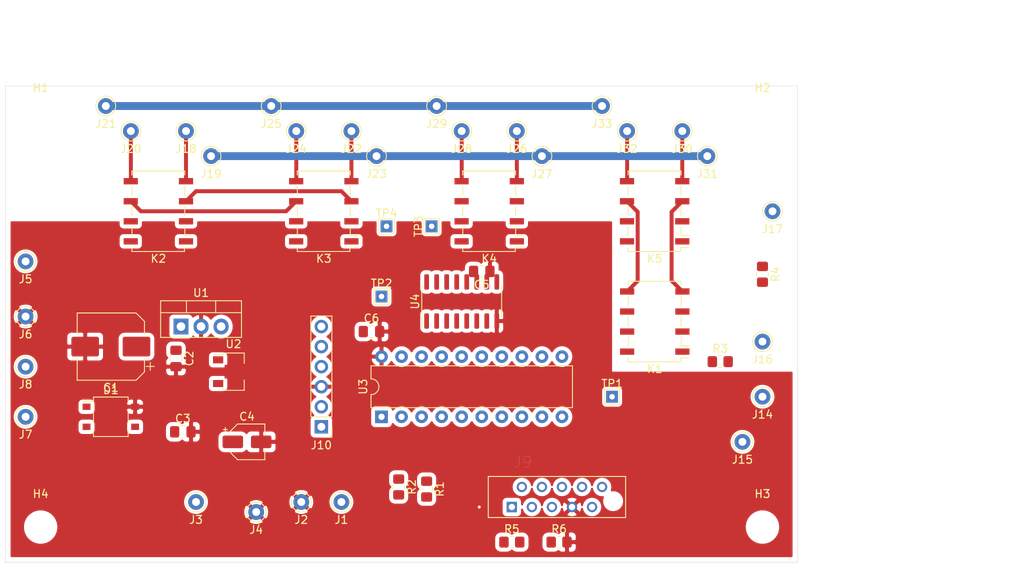
<source format=kicad_pcb>
(kicad_pcb (version 20171130) (host pcbnew "(5.1.7-0-10_14)")
  (layers (0 F.Cu signal) (31 B.Cu signal) (34 B.Paste user) (35 F.Paste user) (36 B.SilkS user) (37 F.SilkS user) (38 B.Mask user) (39 F.Mask user) (44 Edge.Cuts user))
  (net 0 "")
  (net 1 GND)
  (net 2 "Net-(C1-Pad1)")
  (net 3 +5V)
  (net 4 "Net-(D1-Pad2)")
  (net 5 "Net-(D1-Pad1)")
  (net 6 "Net-(J1-Pad1)")
  (net 7 "Net-(J9-Pad10)")
  (net 8 "Net-(J9-Pad8)")
  (net 9 "Net-(J9-Pad6)")
  (net 10 "Net-(J9-Pad5)")
  (net 11 "Net-(J9-Pad4)")
  (net 12 "Net-(J9-Pad2)")
  (net 13 "Net-(J9-Pad1)")
  (net 14 "Net-(J10-Pad5)")
  (net 15 "Net-(J10-Pad4)")
  (net 16 "Net-(J10-Pad1)")
  (net 17 "Net-(J14-Pad1)")
  (net 18 "Net-(J15-Pad1)")
  (net 19 "Net-(J16-Pad1)")
  (net 20 "Net-(J17-Pad1)")
  (net 21 "Net-(J18-Pad1)")
  (net 22 "Net-(J20-Pad1)")
  (net 23 "Net-(J22-Pad1)")
  (net 24 "Net-(J24-Pad1)")
  (net 25 "Net-(J26-Pad1)")
  (net 26 "Net-(J28-Pad1)")
  (net 27 "Net-(J30-Pad1)")
  (net 28 "Net-(J32-Pad1)")
  (net 29 "Net-(K1-Pad2)")
  (net 30 "Net-(K1-Pad4)")
  (net 31 "Net-(K1-Pad5)")
  (net 32 "Net-(K1-Pad7)")
  (net 33 "Net-(K1-Pad8)")
  (net 34 "Net-(K2-Pad8)")
  (net 35 "Net-(K3-Pad8)")
  (net 36 "Net-(K4-Pad8)")
  (net 37 "Net-(K5-Pad8)")
  (net 38 "Net-(R1-Pad1)")
  (net 39 "Net-(TP1-Pad1)")
  (net 40 "Net-(TP2-Pad1)")
  (net 41 "Net-(TP3-Pad1)")
  (net 42 "Net-(TP4-Pad1)")
  (net 43 "Net-(U3-Pad8)")
  (net 44 "Net-(U3-Pad7)")
  (net 45 "Net-(U3-Pad16)")
  (net 46 "Net-(U3-Pad6)")
  (net 47 "Net-(U3-Pad15)")
  (net 48 "Net-(U3-Pad5)")
  (net 49 "Net-(U3-Pad14)")
  (module Package_SO:SOIC-16_3.9x9.9mm_P1.27mm (layer F.Cu) (at 172.085 75.565 90)
    (fp_text reference U4 (at 0 -5.9 90) (layer F.SilkS))
    (fp_text value ULN2003A)
    (fp_line (start 0 5.06) (end 1.95 5.06) (layer F.SilkS) (width 0.12))
    (fp_line (start 0 5.06) (end -1.95 5.06) (layer F.SilkS) (width 0.12))
    (fp_line (start 0 -5.06) (end 1.95 -5.06) (layer F.SilkS) (width 0.12))
    (fp_line (start 0 -5.06) (end -3.45 -5.06) (layer F.SilkS) (width 0.12))
    (pad 16 smd roundrect (at 2.475 -4.445 90) (size 1.95 0.6) (layers F.Cu F.Paste F.Mask) (net 34 "Net-(K2-Pad8)"))
    (pad 15 smd roundrect (at 2.475 -3.175 90) (size 1.95 0.6) (layers F.Cu F.Paste F.Mask) (net 35 "Net-(K3-Pad8)"))
    (pad 14 smd roundrect (at 2.475 -1.905 90) (size 1.95 0.6) (layers F.Cu F.Paste F.Mask) (net 36 "Net-(K4-Pad8)"))
    (pad 13 smd roundrect (at 2.475 -0.635 90) (size 1.95 0.6) (layers F.Cu F.Paste F.Mask) (net 37 "Net-(K5-Pad8)"))
    (pad 12 smd roundrect (at 2.475 0.635 90) (size 1.95 0.6) (layers F.Cu F.Paste F.Mask) (net 33 "Net-(K1-Pad8)"))
    (pad 11 smd roundrect (at 2.475 1.905 90) (size 1.95 0.6) (layers F.Cu F.Paste F.Mask) (net 42 "Net-(TP4-Pad1)"))
    (pad 10 smd roundrect (at 2.475 3.175 90) (size 1.95 0.6) (layers F.Cu F.Paste F.Mask) (net 41 "Net-(TP3-Pad1)"))
    (pad 9 smd roundrect (at 2.475 4.445 90) (size 1.95 0.6) (layers F.Cu F.Paste F.Mask) (net 3 +5V))
    (pad 8 smd roundrect (at -2.475 4.445 90) (size 1.95 0.6) (layers F.Cu F.Paste F.Mask) (net 1 GND))
    (pad 7 smd roundrect (at -2.475 3.175 90) (size 1.95 0.6) (layers F.Cu F.Paste F.Mask) (net 43 "Net-(U3-Pad8)"))
    (pad 6 smd roundrect (at -2.475 1.905 90) (size 1.95 0.6) (layers F.Cu F.Paste F.Mask) (net 48 "Net-(U3-Pad5)"))
    (pad 5 smd roundrect (at -2.475 0.635 90) (size 1.95 0.6) (layers F.Cu F.Paste F.Mask) (net 46 "Net-(U3-Pad6)"))
    (pad 4 smd roundrect (at -2.475 -0.635 90) (size 1.95 0.6) (layers F.Cu F.Paste F.Mask) (net 44 "Net-(U3-Pad7)"))
    (pad 3 smd roundrect (at -2.475 -1.905 90) (size 1.95 0.6) (layers F.Cu F.Paste F.Mask) (net 49 "Net-(U3-Pad14)"))
    (pad 2 smd roundrect (at -2.475 -3.175 90) (size 1.95 0.6) (layers F.Cu F.Paste F.Mask) (net 47 "Net-(U3-Pad15)"))
    (pad 1 smd roundrect (at -2.475 -4.445 90) (size 1.95 0.6) (layers F.Cu F.Paste F.Mask) (net 45 "Net-(U3-Pad16)"))
  )
  (module Package_DIP:DIP-20_W7.62mm (layer F.Cu) (at 161.925 90.17 90)
    (fp_text reference U3 (at 3.81 -2.33 90) (layer F.SilkS))
    (fp_text value PIC16F1829-IP)
    (fp_arc (start 3.81 -1.33) (end 2.81 -1.33) (angle -180) (layer F.SilkS) (width 0.12))
    (fp_line (start 2.81 -1.33) (end 1.16 -1.33) (layer F.SilkS) (width 0.12))
    (fp_line (start 1.16 -1.33) (end 1.16 24.19) (layer F.SilkS) (width 0.12))
    (fp_line (start 1.16 24.19) (end 6.46 24.19) (layer F.SilkS) (width 0.12))
    (fp_line (start 6.46 24.19) (end 6.46 -1.33) (layer F.SilkS) (width 0.12))
    (fp_line (start 6.46 -1.33) (end 4.81 -1.33) (layer F.SilkS) (width 0.12))
    (pad 20 thru_hole oval (at 7.62 0 90) (size 1.6 1.6) (drill 0.8) (layers *.Cu *.Mask) (net 1 GND))
    (pad 10 thru_hole oval (at 0 22.86 90) (size 1.6 1.6) (drill 0.8) (layers *.Cu *.Mask) (net 8 "Net-(J9-Pad8)"))
    (pad 19 thru_hole oval (at 7.62 2.54 90) (size 1.6 1.6) (drill 0.8) (layers *.Cu *.Mask) (net 15 "Net-(J10-Pad4)"))
    (pad 9 thru_hole oval (at 0 20.32 90) (size 1.6 1.6) (drill 0.8) (layers *.Cu *.Mask) (net 39 "Net-(TP1-Pad1)"))
    (pad 18 thru_hole oval (at 7.62 5.08 90) (size 1.6 1.6) (drill 0.8) (layers *.Cu *.Mask) (net 14 "Net-(J10-Pad5)"))
    (pad 8 thru_hole oval (at 0 17.78 90) (size 1.6 1.6) (drill 0.8) (layers *.Cu *.Mask) (net 43 "Net-(U3-Pad8)"))
    (pad 17 thru_hole oval (at 7.62 7.62 90) (size 1.6 1.6) (drill 0.8) (layers *.Cu *.Mask) (net 40 "Net-(TP2-Pad1)"))
    (pad 7 thru_hole oval (at 0 15.24 90) (size 1.6 1.6) (drill 0.8) (layers *.Cu *.Mask) (net 44 "Net-(U3-Pad7)"))
    (pad 16 thru_hole oval (at 7.62 10.16 90) (size 1.6 1.6) (drill 0.8) (layers *.Cu *.Mask) (net 45 "Net-(U3-Pad16)"))
    (pad 6 thru_hole oval (at 0 12.7 90) (size 1.6 1.6) (drill 0.8) (layers *.Cu *.Mask) (net 46 "Net-(U3-Pad6)"))
    (pad 15 thru_hole oval (at 7.62 12.7 90) (size 1.6 1.6) (drill 0.8) (layers *.Cu *.Mask) (net 47 "Net-(U3-Pad15)"))
    (pad 5 thru_hole oval (at 0 10.16 90) (size 1.6 1.6) (drill 0.8) (layers *.Cu *.Mask) (net 48 "Net-(U3-Pad5)"))
    (pad 14 thru_hole oval (at 7.62 15.24 90) (size 1.6 1.6) (drill 0.8) (layers *.Cu *.Mask) (net 49 "Net-(U3-Pad14)"))
    (pad 4 thru_hole oval (at 0 7.62 90) (size 1.6 1.6) (drill 0.8) (layers *.Cu *.Mask) (net 16 "Net-(J10-Pad1)"))
    (pad 13 thru_hole oval (at 7.62 17.78 90) (size 1.6 1.6) (drill 0.8) (layers *.Cu *.Mask) (net 12 "Net-(J9-Pad2)"))
    (pad 3 thru_hole oval (at 0 5.08 90) (size 1.6 1.6) (drill 0.8) (layers *.Cu *.Mask) (net 38 "Net-(R1-Pad1)"))
    (pad 12 thru_hole oval (at 7.62 20.32 90) (size 1.6 1.6) (drill 0.8) (layers *.Cu *.Mask) (net 11 "Net-(J9-Pad4)"))
    (pad 2 thru_hole oval (at 0 2.54 90) (size 1.6 1.6) (drill 0.8) (layers *.Cu *.Mask) (net 7 "Net-(J9-Pad10)"))
    (pad 11 thru_hole oval (at 7.62 22.86 90) (size 1.6 1.6) (drill 0.8) (layers *.Cu *.Mask) (net 9 "Net-(J9-Pad6)"))
    (pad 1 thru_hole rect (at 0 0 90) (size 1.6 1.6) (drill 0.8) (layers *.Cu *.Mask) (net 3 +5V))
  )
  (module Package_TO_SOT_SMD:SOT-89-3 (layer F.Cu) (at 142.875 84.455)
    (fp_text reference U2 (at 0.3 -3.5) (layer F.SilkS))
    (fp_text value L78L05_SOT89)
    (fp_line (start 1.66 1.05) (end 1.66 2.36) (layer F.SilkS) (width 0.12))
    (fp_line (start 1.66 2.36) (end -1.06 2.36) (layer F.SilkS) (width 0.12))
    (fp_line (start -2.2 -2.13) (end -1.06 -2.13) (layer F.SilkS) (width 0.12))
    (fp_line (start 1.66 -2.36) (end 1.66 -1.05) (layer F.SilkS) (width 0.12))
    (fp_line (start -1.06 -2.36) (end 1.66 -2.36) (layer F.SilkS) (width 0.12))
    (fp_line (start -1.06 -2.36) (end -1.06 -2.13) (layer F.SilkS) (width 0.12))
    (fp_line (start -1.06 2.36) (end -1.06 2.13) (layer F.SilkS) (width 0.12))
    (pad 2 smd custom (at -1.5625 0) (size 1.475 0.9) (layers F.Cu F.Paste F.Mask) (net 1 GND) (options (clearance outline) (anchor rect)) (primitives (gr_poly (pts (xy 0.7375 -0.8665) (xy 3.8625 -0.8665) (xy 3.8625 0.8665) (xy 0.7375 0.8665)) (width 0))))
    (pad 3 smd rect (at -1.65 1.5) (size 1.3 0.9) (layers F.Cu F.Paste F.Mask) (net 2 "Net-(C1-Pad1)"))
    (pad 1 smd rect (at -1.65 -1.5) (size 1.3 0.9) (layers F.Cu F.Paste F.Mask) (net 3 +5V))
  )
  (module Package_TO_SOT_THT:TO-220-3_Vertical (layer F.Cu) (at 136.525 78.74)
    (fp_text reference U1 (at 2.54 -4.27) (layer F.SilkS))
    (fp_text value L7805)
    (fp_line (start -2.58 -3.27) (end 7.66 -3.27) (layer F.SilkS) (width 0.12))
    (fp_line (start -2.58 1.371) (end 7.66 1.371) (layer F.SilkS) (width 0.12))
    (fp_line (start -2.58 -3.27) (end -2.58 1.371) (layer F.SilkS) (width 0.12))
    (fp_line (start 7.66 -3.27) (end 7.66 1.371) (layer F.SilkS) (width 0.12))
    (fp_line (start -2.58 -1.76) (end 7.66 -1.76) (layer F.SilkS) (width 0.12))
    (fp_line (start 0.69 -3.27) (end 0.69 -1.76) (layer F.SilkS) (width 0.12))
    (fp_line (start 4.391 -3.27) (end 4.391 -1.76) (layer F.SilkS) (width 0.12))
    (pad 3 thru_hole oval (at 5.08 0) (size 1.905 2) (drill 1.1) (layers *.Cu *.Mask) (net 3 +5V))
    (pad 2 thru_hole oval (at 2.54 0) (size 1.905 2) (drill 1.1) (layers *.Cu *.Mask) (net 1 GND))
    (pad 1 thru_hole rect (at 0 0) (size 1.905 2) (drill 1.1) (layers *.Cu *.Mask) (net 2 "Net-(C1-Pad1)"))
  )
  (module TestPoint:TestPoint_THTPad_1.5x1.5mm_Drill0.7mm (layer F.Cu) (at 162.56 66.04)
    (fp_text reference TP4 (at 0 -1.648) (layer F.SilkS))
    (fp_text value TestPoint)
    (fp_line (start -0.95 -0.95) (end 0.95 -0.95) (layer F.SilkS) (width 0.12))
    (fp_line (start 0.95 -0.95) (end 0.95 0.95) (layer F.SilkS) (width 0.12))
    (fp_line (start 0.95 0.95) (end -0.95 0.95) (layer F.SilkS) (width 0.12))
    (fp_line (start -0.95 0.95) (end -0.95 -0.95) (layer F.SilkS) (width 0.12))
    (pad 1 thru_hole rect (at 0 0) (size 1.5 1.5) (drill 0.7) (layers *.Cu *.Mask) (net 42 "Net-(TP4-Pad1)"))
  )
  (module TestPoint:TestPoint_THTPad_1.5x1.5mm_Drill0.7mm (layer F.Cu) (at 168.275 66.04 90)
    (fp_text reference TP3 (at 0 -1.648 90) (layer F.SilkS))
    (fp_text value TestPoint)
    (fp_line (start -0.95 -0.95) (end 0.95 -0.95) (layer F.SilkS) (width 0.12))
    (fp_line (start 0.95 -0.95) (end 0.95 0.95) (layer F.SilkS) (width 0.12))
    (fp_line (start 0.95 0.95) (end -0.95 0.95) (layer F.SilkS) (width 0.12))
    (fp_line (start -0.95 0.95) (end -0.95 -0.95) (layer F.SilkS) (width 0.12))
    (pad 1 thru_hole rect (at 0 0 90) (size 1.5 1.5) (drill 0.7) (layers *.Cu *.Mask) (net 41 "Net-(TP3-Pad1)"))
  )
  (module TestPoint:TestPoint_THTPad_1.5x1.5mm_Drill0.7mm (layer F.Cu) (at 161.925 74.93)
    (fp_text reference TP2 (at 0 -1.648) (layer F.SilkS))
    (fp_text value TestPoint)
    (fp_line (start -0.95 -0.95) (end 0.95 -0.95) (layer F.SilkS) (width 0.12))
    (fp_line (start 0.95 -0.95) (end 0.95 0.95) (layer F.SilkS) (width 0.12))
    (fp_line (start 0.95 0.95) (end -0.95 0.95) (layer F.SilkS) (width 0.12))
    (fp_line (start -0.95 0.95) (end -0.95 -0.95) (layer F.SilkS) (width 0.12))
    (pad 1 thru_hole rect (at 0 0) (size 1.5 1.5) (drill 0.7) (layers *.Cu *.Mask) (net 40 "Net-(TP2-Pad1)"))
  )
  (module TestPoint:TestPoint_THTPad_1.5x1.5mm_Drill0.7mm (layer F.Cu) (at 191.135 87.63)
    (fp_text reference TP1 (at 0 -1.648) (layer F.SilkS))
    (fp_text value TestPoint)
    (fp_line (start -0.95 -0.95) (end 0.95 -0.95) (layer F.SilkS) (width 0.12))
    (fp_line (start 0.95 -0.95) (end 0.95 0.95) (layer F.SilkS) (width 0.12))
    (fp_line (start 0.95 0.95) (end -0.95 0.95) (layer F.SilkS) (width 0.12))
    (fp_line (start -0.95 0.95) (end -0.95 -0.95) (layer F.SilkS) (width 0.12))
    (pad 1 thru_hole rect (at 0 0) (size 1.5 1.5) (drill 0.7) (layers *.Cu *.Mask) (net 39 "Net-(TP1-Pad1)"))
  )
  (module Resistor_SMD:R_0805_2012Metric_Pad1.20x1.40mm_HandSolder (layer F.Cu) (at 184.42 106.045)
    (fp_text reference R6 (at 0 -1.65) (layer F.SilkS))
    (fp_text value 4.7k)
    (fp_line (start -0.227064 -0.735) (end 0.227064 -0.735) (layer F.SilkS) (width 0.12))
    (fp_line (start -0.227064 0.735) (end 0.227064 0.735) (layer F.SilkS) (width 0.12))
    (pad 2 smd roundrect (at 1 0) (size 1.2 1.4) (layers F.Cu F.Paste F.Mask) (roundrect_rratio 0.208333) (net 1 GND))
    (pad 1 smd roundrect (at -1 0) (size 1.2 1.4) (layers F.Cu F.Paste F.Mask) (roundrect_rratio 0.208333) (net 10 "Net-(J9-Pad5)"))
  )
  (module Resistor_SMD:R_0805_2012Metric_Pad1.20x1.40mm_HandSolder (layer F.Cu) (at 178.435 106.045)
    (fp_text reference R5 (at 0 -1.65) (layer F.SilkS))
    (fp_text value 4.7k)
    (fp_line (start -0.227064 -0.735) (end 0.227064 -0.735) (layer F.SilkS) (width 0.12))
    (fp_line (start -0.227064 0.735) (end 0.227064 0.735) (layer F.SilkS) (width 0.12))
    (pad 2 smd roundrect (at 1 0) (size 1.2 1.4) (layers F.Cu F.Paste F.Mask) (roundrect_rratio 0.208333) (net 3 +5V))
    (pad 1 smd roundrect (at -1 0) (size 1.2 1.4) (layers F.Cu F.Paste F.Mask) (roundrect_rratio 0.208333) (net 13 "Net-(J9-Pad1)"))
  )
  (module Resistor_SMD:R_0805_2012Metric_Pad1.20x1.40mm_HandSolder (layer F.Cu) (at 210.185 72.12 270)
    (fp_text reference R4 (at 0 -1.65 90) (layer F.SilkS))
    (fp_text value 47k)
    (fp_line (start -0.227064 -0.735) (end 0.227064 -0.735) (layer F.SilkS) (width 0.12))
    (fp_line (start -0.227064 0.735) (end 0.227064 0.735) (layer F.SilkS) (width 0.12))
    (pad 2 smd roundrect (at 1 0 270) (size 1.2 1.4) (layers F.Cu F.Paste F.Mask) (roundrect_rratio 0.208333) (net 32 "Net-(K1-Pad7)"))
    (pad 1 smd roundrect (at -1 0 270) (size 1.2 1.4) (layers F.Cu F.Paste F.Mask) (roundrect_rratio 0.208333) (net 20 "Net-(J17-Pad1)"))
  )
  (module Resistor_SMD:R_0805_2012Metric_Pad1.20x1.40mm_HandSolder (layer F.Cu) (at 204.835 83.185)
    (fp_text reference R3 (at 0 -1.65) (layer F.SilkS))
    (fp_text value 47k)
    (fp_line (start -0.227064 -0.735) (end 0.227064 -0.735) (layer F.SilkS) (width 0.12))
    (fp_line (start -0.227064 0.735) (end 0.227064 0.735) (layer F.SilkS) (width 0.12))
    (pad 2 smd roundrect (at 1 0) (size 1.2 1.4) (layers F.Cu F.Paste F.Mask) (roundrect_rratio 0.208333) (net 29 "Net-(K1-Pad2)"))
    (pad 1 smd roundrect (at -1 0) (size 1.2 1.4) (layers F.Cu F.Paste F.Mask) (roundrect_rratio 0.208333) (net 18 "Net-(J15-Pad1)"))
  )
  (module Resistor_SMD:R_0805_2012Metric_Pad1.20x1.40mm_HandSolder (layer F.Cu) (at 164.1 99.06 270)
    (fp_text reference R2 (at 0 -1.65 90) (layer F.SilkS))
    (fp_text value 330R)
    (fp_line (start -0.227064 -0.735) (end 0.227064 -0.735) (layer F.SilkS) (width 0.12))
    (fp_line (start -0.227064 0.735) (end 0.227064 0.735) (layer F.SilkS) (width 0.12))
    (pad 2 smd roundrect (at 1 0 270) (size 1.2 1.4) (layers F.Cu F.Paste F.Mask) (roundrect_rratio 0.208333) (net 6 "Net-(J1-Pad1)"))
    (pad 1 smd roundrect (at -1 0 270) (size 1.2 1.4) (layers F.Cu F.Paste F.Mask) (roundrect_rratio 0.208333) (net 3 +5V))
  )
  (module Resistor_SMD:R_0805_2012Metric_Pad1.20x1.40mm_HandSolder (layer F.Cu) (at 167.64 99.33 270)
    (fp_text reference R1 (at 0 -1.65 90) (layer F.SilkS))
    (fp_text value 330R)
    (fp_line (start -0.227064 -0.735) (end 0.227064 -0.735) (layer F.SilkS) (width 0.12))
    (fp_line (start -0.227064 0.735) (end 0.227064 0.735) (layer F.SilkS) (width 0.12))
    (pad 2 smd roundrect (at 1 0 270) (size 1.2 1.4) (layers F.Cu F.Paste F.Mask) (roundrect_rratio 0.208333) (net 6 "Net-(J1-Pad1)"))
    (pad 1 smd roundrect (at -1 0 270) (size 1.2 1.4) (layers F.Cu F.Paste F.Mask) (roundrect_rratio 0.208333) (net 38 "Net-(R1-Pad1)"))
  )
  (module Relay_SMD:Relay_DPDT_Omron_G6K-2F (layer F.Cu) (at 196.525 64.135 180)
    (fp_text reference K5 (at 0 -6) (layer F.SilkS))
    (fp_text value G6K-2)
    (fp_line (start -3.35 -3.09) (end -4.35 -3.1) (layer F.SilkS) (width 0.12))
    (fp_line (start -3.3 -4.59) (end -4.35 -4.6) (layer F.SilkS) (width 0.12))
    (fp_line (start -3.3 -5.09) (end -3.3 -4.59) (layer F.SilkS) (width 0.12))
    (fp_line (start -3.35 -1.95) (end -3.35 -3.1) (layer F.SilkS) (width 0.12))
    (fp_line (start -3.34 0.6) (end -3.35 -0.6) (layer F.SilkS) (width 0.12))
    (fp_line (start -3.35 3.2) (end -3.35 2) (layer F.SilkS) (width 0.12))
    (fp_line (start -3.34 5.1) (end -3.34 4.6) (layer F.SilkS) (width 0.12))
    (fp_line (start 3.36 5.1) (end -3.34 5.1) (layer F.SilkS) (width 0.12))
    (fp_line (start 3.36 4.6) (end 3.36 5.1) (layer F.SilkS) (width 0.12))
    (fp_line (start 3.35 2) (end 3.35 3.15) (layer F.SilkS) (width 0.12))
    (fp_line (start 3.35 -0.6) (end 3.36 0.6) (layer F.SilkS) (width 0.12))
    (fp_line (start 3.35 -3.1) (end 3.35 -1.95) (layer F.SilkS) (width 0.12))
    (fp_line (start 3.36 -5.1) (end 3.36 -4.6) (layer F.SilkS) (width 0.12))
    (fp_line (start -3.3 -5.09) (end 3.36 -5.1) (layer F.SilkS) (width 0.12))
    (pad 1 smd rect (at -3.5 -3.81 180) (size 1.8 0.8) (layers F.Cu F.Paste F.Mask) (net 3 +5V))
    (pad 2 smd rect (at -3.5 -1.27 180) (size 1.8 0.8) (layers F.Cu F.Paste F.Mask))
    (pad 3 smd rect (at -3.5 1.27 180) (size 1.8 0.8) (layers F.Cu F.Paste F.Mask) (net 30 "Net-(K1-Pad4)"))
    (pad 4 smd rect (at -3.5 3.81 180) (size 1.8 0.8) (layers F.Cu F.Paste F.Mask) (net 27 "Net-(J30-Pad1)"))
    (pad 5 smd rect (at 3.5 3.81 180) (size 1.8 0.8) (layers F.Cu F.Paste F.Mask) (net 28 "Net-(J32-Pad1)"))
    (pad 6 smd rect (at 3.5 1.27 180) (size 1.8 0.8) (layers F.Cu F.Paste F.Mask) (net 31 "Net-(K1-Pad5)"))
    (pad 7 smd rect (at 3.5 -1.27 180) (size 1.8 0.8) (layers F.Cu F.Paste F.Mask))
    (pad 8 smd rect (at 3.5 -3.81 180) (size 1.8 0.8) (layers F.Cu F.Paste F.Mask) (net 37 "Net-(K5-Pad8)"))
  )
  (module Relay_SMD:Relay_DPDT_Omron_G6K-2F (layer F.Cu) (at 175.57 64.135 180)
    (fp_text reference K4 (at 0 -6) (layer F.SilkS))
    (fp_text value G6K-2)
    (fp_line (start -3.35 -3.09) (end -4.35 -3.1) (layer F.SilkS) (width 0.12))
    (fp_line (start -3.3 -4.59) (end -4.35 -4.6) (layer F.SilkS) (width 0.12))
    (fp_line (start -3.3 -5.09) (end -3.3 -4.59) (layer F.SilkS) (width 0.12))
    (fp_line (start -3.35 -1.95) (end -3.35 -3.1) (layer F.SilkS) (width 0.12))
    (fp_line (start -3.34 0.6) (end -3.35 -0.6) (layer F.SilkS) (width 0.12))
    (fp_line (start -3.35 3.2) (end -3.35 2) (layer F.SilkS) (width 0.12))
    (fp_line (start -3.34 5.1) (end -3.34 4.6) (layer F.SilkS) (width 0.12))
    (fp_line (start 3.36 5.1) (end -3.34 5.1) (layer F.SilkS) (width 0.12))
    (fp_line (start 3.36 4.6) (end 3.36 5.1) (layer F.SilkS) (width 0.12))
    (fp_line (start 3.35 2) (end 3.35 3.15) (layer F.SilkS) (width 0.12))
    (fp_line (start 3.35 -0.6) (end 3.36 0.6) (layer F.SilkS) (width 0.12))
    (fp_line (start 3.35 -3.1) (end 3.35 -1.95) (layer F.SilkS) (width 0.12))
    (fp_line (start 3.36 -5.1) (end 3.36 -4.6) (layer F.SilkS) (width 0.12))
    (fp_line (start -3.3 -5.09) (end 3.36 -5.1) (layer F.SilkS) (width 0.12))
    (pad 1 smd rect (at -3.5 -3.81 180) (size 1.8 0.8) (layers F.Cu F.Paste F.Mask) (net 3 +5V))
    (pad 2 smd rect (at -3.5 -1.27 180) (size 1.8 0.8) (layers F.Cu F.Paste F.Mask))
    (pad 3 smd rect (at -3.5 1.27 180) (size 1.8 0.8) (layers F.Cu F.Paste F.Mask) (net 30 "Net-(K1-Pad4)"))
    (pad 4 smd rect (at -3.5 3.81 180) (size 1.8 0.8) (layers F.Cu F.Paste F.Mask) (net 25 "Net-(J26-Pad1)"))
    (pad 5 smd rect (at 3.5 3.81 180) (size 1.8 0.8) (layers F.Cu F.Paste F.Mask) (net 26 "Net-(J28-Pad1)"))
    (pad 6 smd rect (at 3.5 1.27 180) (size 1.8 0.8) (layers F.Cu F.Paste F.Mask) (net 31 "Net-(K1-Pad5)"))
    (pad 7 smd rect (at 3.5 -1.27 180) (size 1.8 0.8) (layers F.Cu F.Paste F.Mask))
    (pad 8 smd rect (at 3.5 -3.81 180) (size 1.8 0.8) (layers F.Cu F.Paste F.Mask) (net 36 "Net-(K4-Pad8)"))
  )
  (module Relay_SMD:Relay_DPDT_Omron_G6K-2F (layer F.Cu) (at 154.615 64.135 180)
    (fp_text reference K3 (at 0 -6) (layer F.SilkS))
    (fp_text value G6K-2)
    (fp_line (start -3.35 -3.09) (end -4.35 -3.1) (layer F.SilkS) (width 0.12))
    (fp_line (start -3.3 -4.59) (end -4.35 -4.6) (layer F.SilkS) (width 0.12))
    (fp_line (start -3.3 -5.09) (end -3.3 -4.59) (layer F.SilkS) (width 0.12))
    (fp_line (start -3.35 -1.95) (end -3.35 -3.1) (layer F.SilkS) (width 0.12))
    (fp_line (start -3.34 0.6) (end -3.35 -0.6) (layer F.SilkS) (width 0.12))
    (fp_line (start -3.35 3.2) (end -3.35 2) (layer F.SilkS) (width 0.12))
    (fp_line (start -3.34 5.1) (end -3.34 4.6) (layer F.SilkS) (width 0.12))
    (fp_line (start 3.36 5.1) (end -3.34 5.1) (layer F.SilkS) (width 0.12))
    (fp_line (start 3.36 4.6) (end 3.36 5.1) (layer F.SilkS) (width 0.12))
    (fp_line (start 3.35 2) (end 3.35 3.15) (layer F.SilkS) (width 0.12))
    (fp_line (start 3.35 -0.6) (end 3.36 0.6) (layer F.SilkS) (width 0.12))
    (fp_line (start 3.35 -3.1) (end 3.35 -1.95) (layer F.SilkS) (width 0.12))
    (fp_line (start 3.36 -5.1) (end 3.36 -4.6) (layer F.SilkS) (width 0.12))
    (fp_line (start -3.3 -5.09) (end 3.36 -5.1) (layer F.SilkS) (width 0.12))
    (pad 1 smd rect (at -3.5 -3.81 180) (size 1.8 0.8) (layers F.Cu F.Paste F.Mask) (net 3 +5V))
    (pad 2 smd rect (at -3.5 -1.27 180) (size 1.8 0.8) (layers F.Cu F.Paste F.Mask))
    (pad 3 smd rect (at -3.5 1.27 180) (size 1.8 0.8) (layers F.Cu F.Paste F.Mask) (net 30 "Net-(K1-Pad4)"))
    (pad 4 smd rect (at -3.5 3.81 180) (size 1.8 0.8) (layers F.Cu F.Paste F.Mask) (net 23 "Net-(J22-Pad1)"))
    (pad 5 smd rect (at 3.5 3.81 180) (size 1.8 0.8) (layers F.Cu F.Paste F.Mask) (net 24 "Net-(J24-Pad1)"))
    (pad 6 smd rect (at 3.5 1.27 180) (size 1.8 0.8) (layers F.Cu F.Paste F.Mask) (net 31 "Net-(K1-Pad5)"))
    (pad 7 smd rect (at 3.5 -1.27 180) (size 1.8 0.8) (layers F.Cu F.Paste F.Mask))
    (pad 8 smd rect (at 3.5 -3.81 180) (size 1.8 0.8) (layers F.Cu F.Paste F.Mask) (net 35 "Net-(K3-Pad8)"))
  )
  (module Relay_SMD:Relay_DPDT_Omron_G6K-2F (layer F.Cu) (at 133.66 64.135 180)
    (fp_text reference K2 (at 0 -6) (layer F.SilkS))
    (fp_text value G6K-2)
    (fp_line (start -3.35 -3.09) (end -4.35 -3.1) (layer F.SilkS) (width 0.12))
    (fp_line (start -3.3 -4.59) (end -4.35 -4.6) (layer F.SilkS) (width 0.12))
    (fp_line (start -3.3 -5.09) (end -3.3 -4.59) (layer F.SilkS) (width 0.12))
    (fp_line (start -3.35 -1.95) (end -3.35 -3.1) (layer F.SilkS) (width 0.12))
    (fp_line (start -3.34 0.6) (end -3.35 -0.6) (layer F.SilkS) (width 0.12))
    (fp_line (start -3.35 3.2) (end -3.35 2) (layer F.SilkS) (width 0.12))
    (fp_line (start -3.34 5.1) (end -3.34 4.6) (layer F.SilkS) (width 0.12))
    (fp_line (start 3.36 5.1) (end -3.34 5.1) (layer F.SilkS) (width 0.12))
    (fp_line (start 3.36 4.6) (end 3.36 5.1) (layer F.SilkS) (width 0.12))
    (fp_line (start 3.35 2) (end 3.35 3.15) (layer F.SilkS) (width 0.12))
    (fp_line (start 3.35 -0.6) (end 3.36 0.6) (layer F.SilkS) (width 0.12))
    (fp_line (start 3.35 -3.1) (end 3.35 -1.95) (layer F.SilkS) (width 0.12))
    (fp_line (start 3.36 -5.1) (end 3.36 -4.6) (layer F.SilkS) (width 0.12))
    (fp_line (start -3.3 -5.09) (end 3.36 -5.1) (layer F.SilkS) (width 0.12))
    (pad 1 smd rect (at -3.5 -3.81 180) (size 1.8 0.8) (layers F.Cu F.Paste F.Mask) (net 3 +5V))
    (pad 2 smd rect (at -3.5 -1.27 180) (size 1.8 0.8) (layers F.Cu F.Paste F.Mask))
    (pad 3 smd rect (at -3.5 1.27 180) (size 1.8 0.8) (layers F.Cu F.Paste F.Mask) (net 30 "Net-(K1-Pad4)"))
    (pad 4 smd rect (at -3.5 3.81 180) (size 1.8 0.8) (layers F.Cu F.Paste F.Mask) (net 21 "Net-(J18-Pad1)"))
    (pad 5 smd rect (at 3.5 3.81 180) (size 1.8 0.8) (layers F.Cu F.Paste F.Mask) (net 22 "Net-(J20-Pad1)"))
    (pad 6 smd rect (at 3.5 1.27 180) (size 1.8 0.8) (layers F.Cu F.Paste F.Mask) (net 31 "Net-(K1-Pad5)"))
    (pad 7 smd rect (at 3.5 -1.27 180) (size 1.8 0.8) (layers F.Cu F.Paste F.Mask))
    (pad 8 smd rect (at 3.5 -3.81 180) (size 1.8 0.8) (layers F.Cu F.Paste F.Mask) (net 34 "Net-(K2-Pad8)"))
  )
  (module Relay_SMD:Relay_DPDT_Omron_G6K-2F (layer F.Cu) (at 196.54 78.105 180)
    (fp_text reference K1 (at 0 -6) (layer F.SilkS))
    (fp_text value G6K-2)
    (fp_line (start -3.35 -3.09) (end -4.35 -3.1) (layer F.SilkS) (width 0.12))
    (fp_line (start -3.3 -4.59) (end -4.35 -4.6) (layer F.SilkS) (width 0.12))
    (fp_line (start -3.3 -5.09) (end -3.3 -4.59) (layer F.SilkS) (width 0.12))
    (fp_line (start -3.35 -1.95) (end -3.35 -3.1) (layer F.SilkS) (width 0.12))
    (fp_line (start -3.34 0.6) (end -3.35 -0.6) (layer F.SilkS) (width 0.12))
    (fp_line (start -3.35 3.2) (end -3.35 2) (layer F.SilkS) (width 0.12))
    (fp_line (start -3.34 5.1) (end -3.34 4.6) (layer F.SilkS) (width 0.12))
    (fp_line (start 3.36 5.1) (end -3.34 5.1) (layer F.SilkS) (width 0.12))
    (fp_line (start 3.36 4.6) (end 3.36 5.1) (layer F.SilkS) (width 0.12))
    (fp_line (start 3.35 2) (end 3.35 3.15) (layer F.SilkS) (width 0.12))
    (fp_line (start 3.35 -0.6) (end 3.36 0.6) (layer F.SilkS) (width 0.12))
    (fp_line (start 3.35 -3.1) (end 3.35 -1.95) (layer F.SilkS) (width 0.12))
    (fp_line (start 3.36 -5.1) (end 3.36 -4.6) (layer F.SilkS) (width 0.12))
    (fp_line (start -3.3 -5.09) (end 3.36 -5.1) (layer F.SilkS) (width 0.12))
    (pad 1 smd rect (at -3.5 -3.81 180) (size 1.8 0.8) (layers F.Cu F.Paste F.Mask) (net 3 +5V))
    (pad 2 smd rect (at -3.5 -1.27 180) (size 1.8 0.8) (layers F.Cu F.Paste F.Mask) (net 29 "Net-(K1-Pad2)"))
    (pad 3 smd rect (at -3.5 1.27 180) (size 1.8 0.8) (layers F.Cu F.Paste F.Mask) (net 17 "Net-(J14-Pad1)"))
    (pad 4 smd rect (at -3.5 3.81 180) (size 1.8 0.8) (layers F.Cu F.Paste F.Mask) (net 30 "Net-(K1-Pad4)"))
    (pad 5 smd rect (at 3.5 3.81 180) (size 1.8 0.8) (layers F.Cu F.Paste F.Mask) (net 31 "Net-(K1-Pad5)"))
    (pad 6 smd rect (at 3.5 1.27 180) (size 1.8 0.8) (layers F.Cu F.Paste F.Mask) (net 19 "Net-(J16-Pad1)"))
    (pad 7 smd rect (at 3.5 -1.27 180) (size 1.8 0.8) (layers F.Cu F.Paste F.Mask) (net 32 "Net-(K1-Pad7)"))
    (pad 8 smd rect (at 3.5 -3.81 180) (size 1.8 0.8) (layers F.Cu F.Paste F.Mask) (net 33 "Net-(K1-Pad8)"))
  )
  (module Connector_Pin:Pin_D1.0mm_L10.0mm (layer F.Cu) (at 189.865 50.8)
    (fp_text reference J33 (at 0 2.25) (layer F.SilkS))
    (fp_text value IN_GNDL4)
    (fp_circle (center 0 0) (end 1.25 0.05) (layer F.SilkS) (width 0.12))
    (pad 1 thru_hole circle (at 0 0) (size 2 2) (drill 1) (layers *.Cu *.Mask) (net 20 "Net-(J17-Pad1)"))
  )
  (module Connector_Pin:Pin_D1.0mm_L10.0mm (layer F.Cu) (at 193.04 53.975)
    (fp_text reference J32 (at 0 2.25) (layer F.SilkS))
    (fp_text value IN_L4)
    (fp_circle (center 0 0) (end 1.25 0.05) (layer F.SilkS) (width 0.12))
    (pad 1 thru_hole circle (at 0 0) (size 2 2) (drill 1) (layers *.Cu *.Mask) (net 28 "Net-(J32-Pad1)"))
  )
  (module Connector_Pin:Pin_D1.0mm_L10.0mm (layer F.Cu) (at 203.2 57.15)
    (fp_text reference J31 (at 0 2.25) (layer F.SilkS))
    (fp_text value IN_GNDR4)
    (fp_circle (center 0 0) (end 1.25 0.05) (layer F.SilkS) (width 0.12))
    (pad 1 thru_hole circle (at 0 0) (size 2 2) (drill 1) (layers *.Cu *.Mask) (net 18 "Net-(J15-Pad1)"))
  )
  (module Connector_Pin:Pin_D1.0mm_L10.0mm (layer F.Cu) (at 200.025 53.975)
    (fp_text reference J30 (at 0 2.25) (layer F.SilkS))
    (fp_text value IN_R4)
    (fp_circle (center 0 0) (end 1.25 0.05) (layer F.SilkS) (width 0.12))
    (pad 1 thru_hole circle (at 0 0) (size 2 2) (drill 1) (layers *.Cu *.Mask) (net 27 "Net-(J30-Pad1)"))
  )
  (module Connector_Pin:Pin_D1.0mm_L10.0mm (layer F.Cu) (at 168.91 50.8)
    (fp_text reference J29 (at 0 2.25) (layer F.SilkS))
    (fp_text value IN_GNDL3)
    (fp_circle (center 0 0) (end 1.25 0.05) (layer F.SilkS) (width 0.12))
    (pad 1 thru_hole circle (at 0 0) (size 2 2) (drill 1) (layers *.Cu *.Mask) (net 20 "Net-(J17-Pad1)"))
  )
  (module Connector_Pin:Pin_D1.0mm_L10.0mm (layer F.Cu) (at 172.085 53.975)
    (fp_text reference J28 (at 0 2.25) (layer F.SilkS))
    (fp_text value IN_L3)
    (fp_circle (center 0 0) (end 1.25 0.05) (layer F.SilkS) (width 0.12))
    (pad 1 thru_hole circle (at 0 0) (size 2 2) (drill 1) (layers *.Cu *.Mask) (net 26 "Net-(J28-Pad1)"))
  )
  (module Connector_Pin:Pin_D1.0mm_L10.0mm (layer F.Cu) (at 182.245 57.15)
    (fp_text reference J27 (at 0 2.25) (layer F.SilkS))
    (fp_text value IN_GNDR3)
    (fp_circle (center 0 0) (end 1.25 0.05) (layer F.SilkS) (width 0.12))
    (pad 1 thru_hole circle (at 0 0) (size 2 2) (drill 1) (layers *.Cu *.Mask) (net 18 "Net-(J15-Pad1)"))
  )
  (module Connector_Pin:Pin_D1.0mm_L10.0mm (layer F.Cu) (at 179.07 53.975)
    (fp_text reference J26 (at 0 2.25) (layer F.SilkS))
    (fp_text value IN_R3)
    (fp_circle (center 0 0) (end 1.25 0.05) (layer F.SilkS) (width 0.12))
    (pad 1 thru_hole circle (at 0 0) (size 2 2) (drill 1) (layers *.Cu *.Mask) (net 25 "Net-(J26-Pad1)"))
  )
  (module Connector_Pin:Pin_D1.0mm_L10.0mm (layer F.Cu) (at 147.955 50.8)
    (fp_text reference J25 (at 0 2.25) (layer F.SilkS))
    (fp_text value IN_GNDL2)
    (fp_circle (center 0 0) (end 1.25 0.05) (layer F.SilkS) (width 0.12))
    (pad 1 thru_hole circle (at 0 0) (size 2 2) (drill 1) (layers *.Cu *.Mask) (net 20 "Net-(J17-Pad1)"))
  )
  (module Connector_Pin:Pin_D1.0mm_L10.0mm (layer F.Cu) (at 151.13 53.975)
    (fp_text reference J24 (at 0 2.25) (layer F.SilkS))
    (fp_text value IN_L2)
    (fp_circle (center 0 0) (end 1.25 0.05) (layer F.SilkS) (width 0.12))
    (pad 1 thru_hole circle (at 0 0) (size 2 2) (drill 1) (layers *.Cu *.Mask) (net 24 "Net-(J24-Pad1)"))
  )
  (module Connector_Pin:Pin_D1.0mm_L10.0mm (layer F.Cu) (at 161.29 57.15)
    (fp_text reference J23 (at 0 2.25) (layer F.SilkS))
    (fp_text value IN_GNDR2)
    (fp_circle (center 0 0) (end 1.25 0.05) (layer F.SilkS) (width 0.12))
    (pad 1 thru_hole circle (at 0 0) (size 2 2) (drill 1) (layers *.Cu *.Mask) (net 18 "Net-(J15-Pad1)"))
  )
  (module Connector_Pin:Pin_D1.0mm_L10.0mm (layer F.Cu) (at 158.115 53.975)
    (fp_text reference J22 (at 0 2.25) (layer F.SilkS))
    (fp_text value IN_R2)
    (fp_circle (center 0 0) (end 1.25 0.05) (layer F.SilkS) (width 0.12))
    (pad 1 thru_hole circle (at 0 0) (size 2 2) (drill 1) (layers *.Cu *.Mask) (net 23 "Net-(J22-Pad1)"))
  )
  (module Connector_Pin:Pin_D1.0mm_L10.0mm (layer F.Cu) (at 127 50.8)
    (fp_text reference J21 (at 0 2.25) (layer F.SilkS))
    (fp_text value IN_GNDL1)
    (fp_circle (center 0 0) (end 1.25 0.05) (layer F.SilkS) (width 0.12))
    (pad 1 thru_hole circle (at 0 0) (size 2 2) (drill 1) (layers *.Cu *.Mask) (net 20 "Net-(J17-Pad1)"))
  )
  (module Connector_Pin:Pin_D1.0mm_L10.0mm (layer F.Cu) (at 130.175 53.975)
    (fp_text reference J20 (at 0 2.25) (layer F.SilkS))
    (fp_text value IN_L1)
    (fp_circle (center 0 0) (end 1.25 0.05) (layer F.SilkS) (width 0.12))
    (pad 1 thru_hole circle (at 0 0) (size 2 2) (drill 1) (layers *.Cu *.Mask) (net 22 "Net-(J20-Pad1)"))
  )
  (module Connector_Pin:Pin_D1.0mm_L10.0mm (layer F.Cu) (at 140.335 57.15)
    (fp_text reference J19 (at 0 2.25) (layer F.SilkS))
    (fp_text value IN_GNDR1)
    (fp_circle (center 0 0) (end 1.25 0.05) (layer F.SilkS) (width 0.12))
    (pad 1 thru_hole circle (at 0 0) (size 2 2) (drill 1) (layers *.Cu *.Mask) (net 18 "Net-(J15-Pad1)"))
  )
  (module Connector_Pin:Pin_D1.0mm_L10.0mm (layer F.Cu) (at 137.16 53.975)
    (fp_text reference J18 (at 0 2.25) (layer F.SilkS))
    (fp_text value IN_R1)
    (fp_circle (center 0 0) (end 1.25 0.05) (layer F.SilkS) (width 0.12))
    (pad 1 thru_hole circle (at 0 0) (size 2 2) (drill 1) (layers *.Cu *.Mask) (net 21 "Net-(J18-Pad1)"))
  )
  (module Connector_Pin:Pin_D1.0mm_L10.0mm (layer F.Cu) (at 211.455 64.135)
    (fp_text reference J17 (at 0 2.25) (layer F.SilkS))
    (fp_text value OUT_GNDL)
    (fp_circle (center 0 0) (end 1.25 0.05) (layer F.SilkS) (width 0.12))
    (pad 1 thru_hole circle (at 0 0) (size 2 2) (drill 1) (layers *.Cu *.Mask) (net 20 "Net-(J17-Pad1)"))
  )
  (module Connector_Pin:Pin_D1.0mm_L10.0mm (layer F.Cu) (at 210.185 80.645)
    (fp_text reference J16 (at 0 2.25) (layer F.SilkS))
    (fp_text value OUT_L)
    (fp_circle (center 0 0) (end 1.25 0.05) (layer F.SilkS) (width 0.12))
    (pad 1 thru_hole circle (at 0 0) (size 2 2) (drill 1) (layers *.Cu *.Mask) (net 19 "Net-(J16-Pad1)"))
  )
  (module Connector_Pin:Pin_D1.0mm_L10.0mm (layer F.Cu) (at 207.645 93.345)
    (fp_text reference J15 (at 0 2.25) (layer F.SilkS))
    (fp_text value OUT_GNDR)
    (fp_circle (center 0 0) (end 1.25 0.05) (layer F.SilkS) (width 0.12))
    (pad 1 thru_hole circle (at 0 0) (size 2 2) (drill 1) (layers *.Cu *.Mask) (net 18 "Net-(J15-Pad1)"))
  )
  (module Connector_Pin:Pin_D1.0mm_L10.0mm (layer F.Cu) (at 210.185 87.63)
    (fp_text reference J14 (at 0 2.25) (layer F.SilkS))
    (fp_text value OUT_R)
    (fp_circle (center 0 0) (end 1.25 0.05) (layer F.SilkS) (width 0.12))
    (pad 1 thru_hole circle (at 0 0) (size 2 2) (drill 1) (layers *.Cu *.Mask) (net 17 "Net-(J14-Pad1)"))
  )
  (module Connector_PinHeader_2.54mm:PinHeader_1x06_P2.54mm_Vertical (layer F.Cu) (at 154.305 91.44 180)
    (fp_text reference J10 (at 0 -2.33) (layer F.SilkS))
    (fp_text value Conn_01x06_Male)
    (fp_line (start -1.33 14.03) (end 1.33 14.03) (layer F.SilkS) (width 0.12))
    (fp_line (start -1.33 1.27) (end -1.33 14.03) (layer F.SilkS) (width 0.12))
    (fp_line (start 1.33 1.27) (end 1.33 14.03) (layer F.SilkS) (width 0.12))
    (fp_line (start -1.33 1.27) (end 1.33 1.27) (layer F.SilkS) (width 0.12))
    (fp_line (start -1.33 0) (end -1.33 -1.33) (layer F.SilkS) (width 0.12))
    (fp_line (start -1.33 -1.33) (end 0 -1.33) (layer F.SilkS) (width 0.12))
    (pad 6 thru_hole oval (at 0 12.7 180) (size 1.7 1.7) (drill 1) (layers *.Cu *.Mask))
    (pad 5 thru_hole oval (at 0 10.16 180) (size 1.7 1.7) (drill 1) (layers *.Cu *.Mask) (net 14 "Net-(J10-Pad5)"))
    (pad 4 thru_hole oval (at 0 7.62 180) (size 1.7 1.7) (drill 1) (layers *.Cu *.Mask) (net 15 "Net-(J10-Pad4)"))
    (pad 3 thru_hole oval (at 0 5.08 180) (size 1.7 1.7) (drill 1) (layers *.Cu *.Mask) (net 1 GND))
    (pad 2 thru_hole oval (at 0 2.54 180) (size 1.7 1.7) (drill 1) (layers *.Cu *.Mask) (net 3 +5V))
    (pad 1 thru_hole rect (at 0 0 180) (size 1.7 1.7) (drill 1) (layers *.Cu *.Mask) (net 16 "Net-(J10-Pad1)"))
  )
  (module TE-Con:TE_1-338068-0 (layer F.Cu) (at 178.435 101.6)
    (fp_text reference J9 (at 1.40487 -5.69557) (layer F.SilkS) (effects (font (size 1.40137 1.40137) (thickness 0.015))))
    (fp_text value 1-338068-0)
    (fp_circle (center -4.13 0) (end -4.03 0) (layer F.SilkS) (width 0.2))
    (fp_line (start -2.985 -3.87) (end 14.415 -3.87) (layer F.SilkS) (width 0.127))
    (fp_line (start 14.415 -3.87) (end 14.415 1.33) (layer F.SilkS) (width 0.127))
    (fp_line (start 14.415 1.33) (end -2.985 1.33) (layer F.SilkS) (width 0.127))
    (fp_line (start -2.985 1.33) (end -2.985 -3.87) (layer F.SilkS) (width 0.127))
    (pad None np_thru_hole circle (at 12.83 -0.74) (size 1.5 1.5) (drill 1.5) (layers *.Cu *.Mask))
    (pad 10 thru_hole circle (at 11.43 -2.54) (size 1.308 1.308) (drill 0.8) (layers *.Cu *.Mask) (net 7 "Net-(J9-Pad10)"))
    (pad 9 thru_hole circle (at 10.16 0) (size 1.308 1.308) (drill 0.8) (layers *.Cu *.Mask) (net 6 "Net-(J1-Pad1)"))
    (pad 8 thru_hole circle (at 8.89 -2.54) (size 1.308 1.308) (drill 0.8) (layers *.Cu *.Mask) (net 8 "Net-(J9-Pad8)"))
    (pad 7 thru_hole circle (at 7.62 0) (size 1.308 1.308) (drill 0.8) (layers *.Cu *.Mask) (net 1 GND))
    (pad 6 thru_hole circle (at 6.35 -2.54) (size 1.308 1.308) (drill 0.8) (layers *.Cu *.Mask) (net 9 "Net-(J9-Pad6)"))
    (pad 5 thru_hole circle (at 5.08 0) (size 1.308 1.308) (drill 0.8) (layers *.Cu *.Mask) (net 10 "Net-(J9-Pad5)"))
    (pad 4 thru_hole circle (at 3.81 -2.54) (size 1.308 1.308) (drill 0.8) (layers *.Cu *.Mask) (net 11 "Net-(J9-Pad4)"))
    (pad 3 thru_hole circle (at 2.54 0) (size 1.308 1.308) (drill 0.8) (layers *.Cu *.Mask) (net 3 +5V))
    (pad 2 thru_hole circle (at 1.27 -2.54) (size 1.308 1.308) (drill 0.8) (layers *.Cu *.Mask) (net 12 "Net-(J9-Pad2)"))
    (pad 1 thru_hole rect (at 0 0) (size 1.308 1.308) (drill 0.8) (layers *.Cu *.Mask) (net 13 "Net-(J9-Pad1)"))
  )
  (module Connector_Pin:Pin_D1.0mm_L10.0mm (layer F.Cu) (at 116.84 83.82)
    (fp_text reference J8 (at 0 2.25) (layer F.SilkS))
    (fp_text value AC)
    (fp_circle (center 0 0) (end 1.25 0.05) (layer F.SilkS) (width 0.12))
    (pad 1 thru_hole circle (at 0 0) (size 2 2) (drill 1) (layers *.Cu *.Mask) (net 5 "Net-(D1-Pad1)"))
  )
  (module Connector_Pin:Pin_D1.0mm_L10.0mm (layer F.Cu) (at 116.84 90.17)
    (fp_text reference J7 (at 0 2.25) (layer F.SilkS))
    (fp_text value AC)
    (fp_circle (center 0 0) (end 1.25 0.05) (layer F.SilkS) (width 0.12))
    (pad 1 thru_hole circle (at 0 0) (size 2 2) (drill 1) (layers *.Cu *.Mask) (net 4 "Net-(D1-Pad2)"))
  )
  (module Connector_Pin:Pin_D1.0mm_L10.0mm (layer F.Cu) (at 116.84 77.47)
    (fp_text reference J6 (at 0 2.25) (layer F.SilkS))
    (fp_text value GND)
    (fp_circle (center 0 0) (end 1.25 0.05) (layer F.SilkS) (width 0.12))
    (pad 1 thru_hole circle (at 0 0) (size 2 2) (drill 1) (layers *.Cu *.Mask) (net 1 GND))
  )
  (module Connector_Pin:Pin_D1.0mm_L10.0mm (layer F.Cu) (at 116.84 70.485)
    (fp_text reference J5 (at 0 2.25) (layer F.SilkS))
    (fp_text value +5VIN)
    (fp_circle (center 0 0) (end 1.25 0.05) (layer F.SilkS) (width 0.12))
    (pad 1 thru_hole circle (at 0 0) (size 2 2) (drill 1) (layers *.Cu *.Mask) (net 2 "Net-(C1-Pad1)"))
  )
  (module Connector_Pin:Pin_D1.0mm_L10.0mm (layer F.Cu) (at 146.05 102.235)
    (fp_text reference J4 (at 0 2.25) (layer F.SilkS))
    (fp_text value GND)
    (fp_circle (center 0 0) (end 1.25 0.05) (layer F.SilkS) (width 0.12))
    (pad 1 thru_hole circle (at 0 0) (size 2 2) (drill 1) (layers *.Cu *.Mask) (net 1 GND))
  )
  (module Connector_Pin:Pin_D1.0mm_L10.0mm (layer F.Cu) (at 138.43 100.965)
    (fp_text reference J3 (at 0 2.25) (layer F.SilkS))
    (fp_text value +5VOUT)
    (fp_circle (center 0 0) (end 1.25 0.05) (layer F.SilkS) (width 0.12))
    (pad 1 thru_hole circle (at 0 0) (size 2 2) (drill 1) (layers *.Cu *.Mask) (net 3 +5V))
  )
  (module Connector_Pin:Pin_D1.0mm_L10.0mm (layer F.Cu) (at 151.765 100.965)
    (fp_text reference J2 (at 0 2.25) (layer F.SilkS))
    (fp_text value GND)
    (fp_circle (center 0 0) (end 1.25 0.05) (layer F.SilkS) (width 0.12))
    (pad 1 thru_hole circle (at 0 0) (size 2 2) (drill 1) (layers *.Cu *.Mask) (net 1 GND))
  )
  (module Connector_Pin:Pin_D1.0mm_L10.0mm (layer F.Cu) (at 156.845 100.965)
    (fp_text reference J1 (at 0 2.25) (layer F.SilkS))
    (fp_text value LED)
    (fp_circle (center 0 0) (end 1.25 0.05) (layer F.SilkS) (width 0.12))
    (pad 1 thru_hole circle (at 0 0) (size 2 2) (drill 1) (layers *.Cu *.Mask) (net 6 "Net-(J1-Pad1)"))
  )
  (module MountingHole:MountingHole_3.2mm_M3 (layer F.Cu) (at 118.745 104.14)
    (fp_text reference H4 (at 0 -4.2) (layer F.SilkS))
    (fp_text value MountingHole)
    (pad 1 np_thru_hole circle (at 0 0) (size 3.2 3.2) (drill 3.2) (layers *.Cu *.Mask))
  )
  (module MountingHole:MountingHole_3.2mm_M3 (layer F.Cu) (at 210.185 104.14)
    (fp_text reference H3 (at 0 -4.2) (layer F.SilkS))
    (fp_text value MountingHole)
    (pad 1 np_thru_hole circle (at 0 0) (size 3.2 3.2) (drill 3.2) (layers *.Cu *.Mask))
  )
  (module MountingHole:MountingHole_3.2mm_M3 (layer F.Cu) (at 210.185 52.705)
    (fp_text reference H2 (at 0 -4.2) (layer F.SilkS))
    (fp_text value MountingHole)
    (pad 1 np_thru_hole circle (at 0 0) (size 3.2 3.2) (drill 3.2) (layers *.Cu *.Mask))
  )
  (module MountingHole:MountingHole_3.2mm_M3 (layer F.Cu) (at 118.745 52.705)
    (fp_text reference H1 (at 0 -4.2) (layer F.SilkS))
    (fp_text value MountingHole)
    (pad 1 np_thru_hole circle (at 0 0) (size 3.2 3.2) (drill 3.2) (layers *.Cu *.Mask))
  )
  (module Package_TO_SOT_SMD:TO-269AA (layer F.Cu) (at 127.635 90.17)
    (fp_text reference D1 (at 0 -3.4) (layer F.SilkS))
    (fp_text value MB4S)
    (fp_line (start -2.2 -2.5) (end -2.2 -2) (layer F.SilkS) (width 0.12))
    (fp_line (start -2.2 -2) (end -3.6 -2) (layer F.SilkS) (width 0.12))
    (fp_line (start 2.2 -0.8) (end 2.2 0.8) (layer F.SilkS) (width 0.12))
    (fp_line (start -2.2 -0.8) (end -2.2 0.8) (layer F.SilkS) (width 0.12))
    (fp_line (start 2.2 -1.7) (end 2.2 -2.5) (layer F.SilkS) (width 0.12))
    (fp_line (start 2.2 -2.5) (end -2.2 -2.5) (layer F.SilkS) (width 0.12))
    (fp_line (start 2.2 1.7) (end 2.2 2.5) (layer F.SilkS) (width 0.12))
    (fp_line (start 2.2 2.5) (end -2.2 2.5) (layer F.SilkS) (width 0.12))
    (fp_line (start -2.2 2.5) (end -2.2 1.7) (layer F.SilkS) (width 0.12))
    (pad 4 smd rect (at 3.075 -1.27) (size 1 0.8) (layers F.Cu F.Paste F.Mask) (net 1 GND))
    (pad 3 smd rect (at 3.075 1.27) (size 1 0.8) (layers F.Cu F.Paste F.Mask) (net 2 "Net-(C1-Pad1)"))
    (pad 2 smd rect (at -3.075 1.27) (size 1 0.8) (layers F.Cu F.Paste F.Mask) (net 4 "Net-(D1-Pad2)"))
    (pad 1 smd rect (at -3.075 -1.27) (size 1 0.8) (layers F.Cu F.Paste F.Mask) (net 5 "Net-(D1-Pad1)"))
  )
  (module Capacitor_SMD:C_0805_2012Metric_Pad1.18x1.45mm_HandSolder (layer F.Cu) (at 160.655 79.375)
    (fp_text reference C6 (at 0 -1.68) (layer F.SilkS))
    (fp_text value 100nF)
    (fp_line (start -0.261252 -0.735) (end 0.261252 -0.735) (layer F.SilkS) (width 0.12))
    (fp_line (start -0.261252 0.735) (end 0.261252 0.735) (layer F.SilkS) (width 0.12))
    (pad 2 smd roundrect (at 1.0375 0) (size 1.175 1.45) (layers F.Cu F.Paste F.Mask) (roundrect_rratio 0.212766) (net 1 GND))
    (pad 1 smd roundrect (at -1.0375 0) (size 1.175 1.45) (layers F.Cu F.Paste F.Mask) (roundrect_rratio 0.212766) (net 3 +5V))
  )
  (module Capacitor_SMD:C_0805_2012Metric_Pad1.18x1.45mm_HandSolder (layer F.Cu) (at 174.625 71.755 180)
    (fp_text reference C5 (at 0 -1.68) (layer F.SilkS))
    (fp_text value 100nF)
    (fp_line (start -0.261252 -0.735) (end 0.261252 -0.735) (layer F.SilkS) (width 0.12))
    (fp_line (start -0.261252 0.735) (end 0.261252 0.735) (layer F.SilkS) (width 0.12))
    (pad 2 smd roundrect (at 1.0375 0 180) (size 1.175 1.45) (layers F.Cu F.Paste F.Mask) (roundrect_rratio 0.212766) (net 3 +5V))
    (pad 1 smd roundrect (at -1.0375 0 180) (size 1.175 1.45) (layers F.Cu F.Paste F.Mask) (roundrect_rratio 0.212766) (net 1 GND))
  )
  (module Capacitor_SMD:CP_Elec_4x4.5 (layer F.Cu) (at 144.885 93.345)
    (fp_text reference C4 (at 0 -3.2) (layer F.SilkS))
    (fp_text value 4.7uF)
    (fp_line (start 2.26 2.26) (end 2.26 1.06) (layer F.SilkS) (width 0.12))
    (fp_line (start 2.26 -2.26) (end 2.26 -1.06) (layer F.SilkS) (width 0.12))
    (fp_line (start -1.195563 -2.26) (end 2.26 -2.26) (layer F.SilkS) (width 0.12))
    (fp_line (start -1.195563 2.26) (end 2.26 2.26) (layer F.SilkS) (width 0.12))
    (fp_line (start -2.26 1.195563) (end -2.26 1.06) (layer F.SilkS) (width 0.12))
    (fp_line (start -2.26 -1.195563) (end -2.26 -1.06) (layer F.SilkS) (width 0.12))
    (fp_line (start -2.26 -1.195563) (end -1.195563 -2.26) (layer F.SilkS) (width 0.12))
    (fp_line (start -2.26 1.195563) (end -1.195563 2.26) (layer F.SilkS) (width 0.12))
    (fp_line (start -3 -1.56) (end -2.5 -1.56) (layer F.SilkS) (width 0.12))
    (fp_line (start -2.75 -1.81) (end -2.75 -1.31) (layer F.SilkS) (width 0.12))
    (pad 2 smd roundrect (at 1.8 0) (size 2.6 1.6) (layers F.Cu F.Paste F.Mask) (roundrect_rratio 0.15625) (net 1 GND))
    (pad 1 smd roundrect (at -1.8 0) (size 2.6 1.6) (layers F.Cu F.Paste F.Mask) (roundrect_rratio 0.15625) (net 3 +5V))
  )
  (module Capacitor_SMD:C_0805_2012Metric_Pad1.18x1.45mm_HandSolder (layer F.Cu) (at 136.7575 92.075)
    (fp_text reference C3 (at 0 -1.68) (layer F.SilkS))
    (fp_text value 100nF)
    (fp_line (start -0.261252 -0.735) (end 0.261252 -0.735) (layer F.SilkS) (width 0.12))
    (fp_line (start -0.261252 0.735) (end 0.261252 0.735) (layer F.SilkS) (width 0.12))
    (pad 2 smd roundrect (at 1.0375 0) (size 1.175 1.45) (layers F.Cu F.Paste F.Mask) (roundrect_rratio 0.212766) (net 1 GND))
    (pad 1 smd roundrect (at -1.0375 0) (size 1.175 1.45) (layers F.Cu F.Paste F.Mask) (roundrect_rratio 0.212766) (net 3 +5V))
  )
  (module Capacitor_SMD:C_0805_2012Metric_Pad1.18x1.45mm_HandSolder (layer F.Cu) (at 135.89 82.7825 270)
    (fp_text reference C2 (at 0 -1.68 90) (layer F.SilkS))
    (fp_text value 330nF)
    (fp_line (start -0.261252 -0.735) (end 0.261252 -0.735) (layer F.SilkS) (width 0.12))
    (fp_line (start -0.261252 0.735) (end 0.261252 0.735) (layer F.SilkS) (width 0.12))
    (pad 2 smd roundrect (at 1.0375 0 270) (size 1.175 1.45) (layers F.Cu F.Paste F.Mask) (roundrect_rratio 0.212766) (net 1 GND))
    (pad 1 smd roundrect (at -1.0375 0 270) (size 1.175 1.45) (layers F.Cu F.Paste F.Mask) (roundrect_rratio 0.212766) (net 2 "Net-(C1-Pad1)"))
  )
  (module Capacitor_SMD:CP_Elec_8x10 (layer F.Cu) (at 127.635 81.28 180)
    (fp_text reference C1 (at 0 -5.2) (layer F.SilkS))
    (fp_text value 100uF)
    (fp_line (start 4.26 4.26) (end 4.26 1.51) (layer F.SilkS) (width 0.12))
    (fp_line (start 4.26 -4.26) (end 4.26 -1.51) (layer F.SilkS) (width 0.12))
    (fp_line (start -3.195563 -4.26) (end 4.26 -4.26) (layer F.SilkS) (width 0.12))
    (fp_line (start -3.195563 4.26) (end 4.26 4.26) (layer F.SilkS) (width 0.12))
    (fp_line (start -4.26 3.195563) (end -4.26 1.51) (layer F.SilkS) (width 0.12))
    (fp_line (start -4.26 -3.195563) (end -4.26 -1.51) (layer F.SilkS) (width 0.12))
    (fp_line (start -4.26 -3.195563) (end -3.195563 -4.26) (layer F.SilkS) (width 0.12))
    (fp_line (start -4.26 3.195563) (end -3.195563 4.26) (layer F.SilkS) (width 0.12))
    (fp_line (start -5.5 -2.51) (end -4.5 -2.51) (layer F.SilkS) (width 0.12))
    (fp_line (start -5 -3.01) (end -5 -2.01) (layer F.SilkS) (width 0.12))
    (pad 2 smd roundrect (at 3.25 0 180) (size 3.5 2.5) (layers F.Cu F.Paste F.Mask) (roundrect_rratio 0.1) (net 1 GND))
    (pad 1 smd roundrect (at -3.25 0 180) (size 3.5 2.5) (layers F.Cu F.Paste F.Mask) (roundrect_rratio 0.1) (net 2 "Net-(C1-Pad1)"))
  )
  (gr_line (start 114.3 108.585) (end 114.3 104.14) (layer Edge.Cuts) (width 0.05))
  (gr_line (start 214.63 108.585) (end 114.3 108.585) (layer Edge.Cuts) (width 0.05))
  (gr_line (start 214.63 104.14) (end 214.63 108.585) (layer Edge.Cuts) (width 0.05))
  (gr_line (start 114.3 104.14) (end 114.3 48.26) (layer Edge.Cuts) (width 0.05))
  (gr_line (start 214.63 48.26) (end 214.63 104.14) (layer Edge.Cuts) (width 0.05))
  (gr_line (start 114.3 48.26) (end 214.63 48.26) (layer Edge.Cuts) (width 0.05))
  (segment (start 140.335 57.15) (end 161.29 57.15) (width 1) (layer B.Cu) (net 18))
  (segment (start 161.29 57.15) (end 182.88 57.15) (width 1) (layer B.Cu) (net 18))
  (segment (start 182.88 57.15) (end 203.2 57.15) (width 1) (layer B.Cu) (net 18))
  (segment (start 127 50.8) (end 147.955 50.8) (width 1) (layer B.Cu) (net 20))
  (segment (start 147.955 50.8) (end 168.91 50.8) (width 1) (layer B.Cu) (net 20))
  (segment (start 168.91 50.8) (end 189.865 50.8) (width 1) (layer B.Cu) (net 20))
  (segment (start 137.16 53.975) (end 137.16 60.325) (width 0.5) (layer F.Cu) (net 21))
  (segment (start 130.175 60.31) (end 130.16 60.325) (width 0.5) (layer F.Cu) (net 22))
  (segment (start 130.175 53.975) (end 130.175 60.31) (width 0.5) (layer F.Cu) (net 22))
  (segment (start 158.115 53.975) (end 158.115 60.325) (width 0.5) (layer F.Cu) (net 23))
  (segment (start 151.13 60.31) (end 151.115 60.325) (width 0.5) (layer F.Cu) (net 24))
  (segment (start 151.13 53.975) (end 151.13 60.31) (width 0.5) (layer F.Cu) (net 24))
  (segment (start 179.07 53.975) (end 179.07 60.325) (width 0.5) (layer F.Cu) (net 25))
  (segment (start 172.085 60.31) (end 172.07 60.325) (width 0.5) (layer F.Cu) (net 26))
  (segment (start 172.085 53.975) (end 172.085 60.31) (width 0.5) (layer F.Cu) (net 26))
  (segment (start 200.025 53.975) (end 200.025 60.325) (width 0.5) (layer F.Cu) (net 27))
  (segment (start 193.04 60.31) (end 193.025 60.325) (width 0.5) (layer F.Cu) (net 28))
  (segment (start 193.04 53.975) (end 193.04 60.31) (width 0.5) (layer F.Cu) (net 28))
  (segment (start 137.16 62.865) (end 137.795 62.865) (width 0.5) (layer F.Cu) (net 30))
  (segment (start 137.16 62.865) (end 138.43 61.595) (width 0.5) (layer F.Cu) (net 30))
  (segment (start 156.845 61.595) (end 158.115 62.865) (width 0.5) (layer F.Cu) (net 30))
  (segment (start 138.43 61.595) (end 156.845 61.595) (width 0.5) (layer F.Cu) (net 30))
  (segment (start 198.674999 72.929999) (end 200.04 74.295) (width 0.5) (layer F.Cu) (net 30))
  (segment (start 198.674999 64.215001) (end 198.674999 72.929999) (width 0.5) (layer F.Cu) (net 30))
  (segment (start 200.025 62.865) (end 198.674999 64.215001) (width 0.5) (layer F.Cu) (net 30))
  (segment (start 130.16 62.865) (end 130.175 62.865) (width 0.5) (layer F.Cu) (net 31))
  (segment (start 130.175 62.865) (end 131.445 64.135) (width 0.5) (layer F.Cu) (net 31))
  (segment (start 149.845 64.135) (end 151.115 62.865) (width 0.5) (layer F.Cu) (net 31))
  (segment (start 131.445 64.135) (end 149.845 64.135) (width 0.5) (layer F.Cu) (net 31))
  (segment (start 194.375001 64.215001) (end 193.025 62.865) (width 0.5) (layer F.Cu) (net 31))
  (segment (start 194.375001 72.959999) (end 194.375001 64.215001) (width 0.5) (layer F.Cu) (net 31))
  (segment (start 193.04 74.295) (end 194.375001 72.959999) (width 0.5) (layer F.Cu) (net 31))
  (zone (net 1) (net_name GND) (layer F.Cu) (connect_pads (clearance 0.508)) (min_thickness 0.254) (fill yes (arc_segments 32) (thermal_gap 0.508) (thermal_bridge_width 0.508))
    (polygon (pts (xy 191.135 84.455) (xy 213.995 84.455) (xy 213.995 107.95) (xy 114.935 107.95) (xy 114.935 65.405) (xy 191.135 65.405)))
  )
)
</source>
